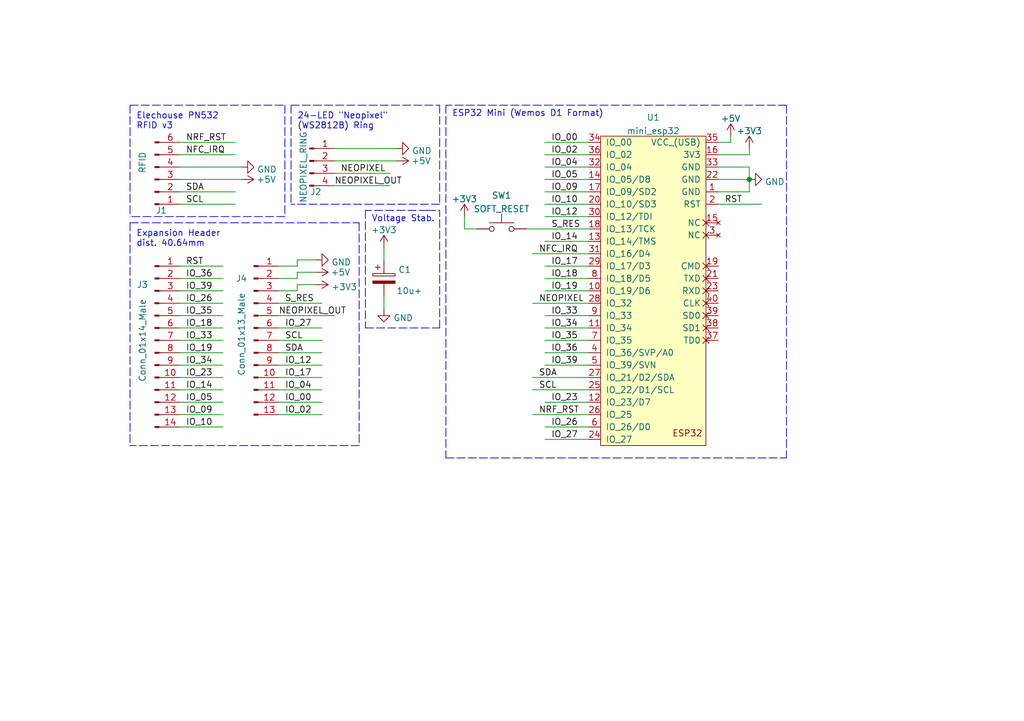
<source format=kicad_sch>
(kicad_sch (version 20211123) (generator eeschema)
  (paper "A5")
  (title_block (title "2log Dot") (date "2022-02-10") (rev "3.2") (company "2log.io, h'ecked by TKS"))
  (lib_symbols
    (symbol "Connector:Conn_01x04_Male" (pin_names (offset 1.016) hide)
      (property "Reference" "J" (at 0 5.08 0))
      (property "Value" "Conn_01x04_Male" (at 0 -7.62 0))
      (symbol "Conn_01x04_Male_1_1"
        (polyline (pts (xy 1.27 -5.08) (xy 0.8636 -5.08)) (stroke (width 0.1524)))
        (polyline (pts (xy 1.27 -2.54) (xy 0.8636 -2.54)) (stroke (width 0.1524)))
        (polyline (pts (xy 1.27 0) (xy 0.8636 0)) (stroke (width 0.1524)))
        (polyline (pts (xy 1.27 2.54) (xy 0.8636 2.54)) (stroke (width 0.1524)))
        (rectangle (start 0.8636 -4.953) (end 0 -5.207) (stroke (width 0.1524)) (fill (type outline)))
        (rectangle (start 0.8636 -2.413) (end 0 -2.667) (stroke (width 0.1524)) (fill (type outline)))
        (rectangle (start 0.8636 0.127) (end 0 -0.127) (stroke (width 0.1524)) (fill (type outline)))
        (rectangle (start 0.8636 2.667) (end 0 2.413) (stroke (width 0.1524)) (fill (type outline)))
        (pin passive line (at 5.08 2.54 180) (length 3.81) (name "Pin_1") (number "1"))
        (pin passive line (at 5.08 0 180) (length 3.81) (name "Pin_2") (number "2"))
        (pin passive line (at 5.08 -2.54 180) (length 3.81) (name "Pin_3") (number "3"))
        (pin passive line (at 5.08 -5.08 180) (length 3.81) (name "Pin_4") (number "4"))
      )
    )
    (symbol "Connector:Conn_01x06_Male" (pin_names (offset 1.016) hide)
      (property "Reference" "J" (at 0 7.62 0))
      (property "Value" "Conn_01x06_Male" (at 0 -10.16 0))
      (symbol "Conn_01x06_Male_1_1"
        (polyline (pts (xy 1.27 -7.62) (xy 0.8636 -7.62)) (stroke (width 0.1524)))
        (polyline (pts (xy 1.27 -5.08) (xy 0.8636 -5.08)) (stroke (width 0.1524)))
        (polyline (pts (xy 1.27 -2.54) (xy 0.8636 -2.54)) (stroke (width 0.1524)))
        (polyline (pts (xy 1.27 0) (xy 0.8636 0)) (stroke (width 0.1524)))
        (polyline (pts (xy 1.27 2.54) (xy 0.8636 2.54)) (stroke (width 0.1524)))
        (polyline (pts (xy 1.27 5.08) (xy 0.8636 5.08)) (stroke (width 0.1524)))
        (rectangle (start 0.8636 -7.493) (end 0 -7.747) (stroke (width 0.1524)) (fill (type outline)))
        (rectangle (start 0.8636 -4.953) (end 0 -5.207) (stroke (width 0.1524)) (fill (type outline)))
        (rectangle (start 0.8636 -2.413) (end 0 -2.667) (stroke (width 0.1524)) (fill (type outline)))
        (rectangle (start 0.8636 0.127) (end 0 -0.127) (stroke (width 0.1524)) (fill (type outline)))
        (rectangle (start 0.8636 2.667) (end 0 2.413) (stroke (width 0.1524)) (fill (type outline)))
        (rectangle (start 0.8636 5.207) (end 0 4.953) (stroke (width 0.1524)) (fill (type outline)))
        (pin passive line (at 5.08 5.08 180) (length 3.81) (name "Pin_1") (number "1"))
        (pin passive line (at 5.08 2.54 180) (length 3.81) (name "Pin_2") (number "2"))
        (pin passive line (at 5.08 0 180) (length 3.81) (name "Pin_3") (number "3"))
        (pin passive line (at 5.08 -2.54 180) (length 3.81) (name "Pin_4") (number "4"))
        (pin passive line (at 5.08 -5.08 180) (length 3.81) (name "Pin_5") (number "5"))
        (pin passive line (at 5.08 -7.62 180) (length 3.81) (name "Pin_6") (number "6"))
      )
    )
    (symbol "Connector:Conn_01x13_Male" (pin_names (offset 1.016) hide)
      (property "Reference" "J" (at 0 17.78 0))
      (property "Value" "Conn_01x13_Male" (at 0 -17.78 0))
      (symbol "Conn_01x13_Male_1_1"
        (polyline (pts (xy 1.27 -15.24) (xy 0.8636 -15.24)) (stroke (width 0.1524)))
        (polyline (pts (xy 1.27 -12.7) (xy 0.8636 -12.7)) (stroke (width 0.1524)))
        (polyline (pts (xy 1.27 -10.16) (xy 0.8636 -10.16)) (stroke (width 0.1524)))
        (polyline (pts (xy 1.27 -7.62) (xy 0.8636 -7.62)) (stroke (width 0.1524)))
        (polyline (pts (xy 1.27 -5.08) (xy 0.8636 -5.08)) (stroke (width 0.1524)))
        (polyline (pts (xy 1.27 -2.54) (xy 0.8636 -2.54)) (stroke (width 0.1524)))
        (polyline (pts (xy 1.27 0) (xy 0.8636 0)) (stroke (width 0.1524)))
        (polyline (pts (xy 1.27 2.54) (xy 0.8636 2.54)) (stroke (width 0.1524)))
        (polyline (pts (xy 1.27 5.08) (xy 0.8636 5.08)) (stroke (width 0.1524)))
        (polyline (pts (xy 1.27 7.62) (xy 0.8636 7.62)) (stroke (width 0.1524)))
        (polyline (pts (xy 1.27 10.16) (xy 0.8636 10.16)) (stroke (width 0.1524)))
        (polyline (pts (xy 1.27 12.7) (xy 0.8636 12.7)) (stroke (width 0.1524)))
        (polyline (pts (xy 1.27 15.24) (xy 0.8636 15.24)) (stroke (width 0.1524)))
        (rectangle (start 0.8636 -15.113) (end 0 -15.367) (stroke (width 0.1524)) (fill (type outline)))
        (rectangle (start 0.8636 -12.573) (end 0 -12.827) (stroke (width 0.1524)) (fill (type outline)))
        (rectangle (start 0.8636 -10.033) (end 0 -10.287) (stroke (width 0.1524)) (fill (type outline)))
        (rectangle (start 0.8636 -7.493) (end 0 -7.747) (stroke (width 0.1524)) (fill (type outline)))
        (rectangle (start 0.8636 -4.953) (end 0 -5.207) (stroke (width 0.1524)) (fill (type outline)))
        (rectangle (start 0.8636 -2.413) (end 0 -2.667) (stroke (width 0.1524)) (fill (type outline)))
        (rectangle (start 0.8636 0.127) (end 0 -0.127) (stroke (width 0.1524)) (fill (type outline)))
        (rectangle (start 0.8636 2.667) (end 0 2.413) (stroke (width 0.1524)) (fill (type outline)))
        (rectangle (start 0.8636 5.207) (end 0 4.953) (stroke (width 0.1524)) (fill (type outline)))
        (rectangle (start 0.8636 7.747) (end 0 7.493) (stroke (width 0.1524)) (fill (type outline)))
        (rectangle (start 0.8636 10.287) (end 0 10.033) (stroke (width 0.1524)) (fill (type outline)))
        (rectangle (start 0.8636 12.827) (end 0 12.573) (stroke (width 0.1524)) (fill (type outline)))
        (rectangle (start 0.8636 15.367) (end 0 15.113) (stroke (width 0.1524)) (fill (type outline)))
        (pin passive line (at 5.08 15.24 180) (length 3.81) (name "Pin_1") (number "1"))
        (pin passive line (at 5.08 -7.62 180) (length 3.81) (name "Pin_10") (number "10"))
        (pin passive line (at 5.08 -10.16 180) (length 3.81) (name "Pin_11") (number "11"))
        (pin passive line (at 5.08 -12.7 180) (length 3.81) (name "Pin_12") (number "12"))
        (pin passive line (at 5.08 -15.24 180) (length 3.81) (name "Pin_13") (number "13"))
        (pin passive line (at 5.08 12.7 180) (length 3.81) (name "Pin_2") (number "2"))
        (pin passive line (at 5.08 10.16 180) (length 3.81) (name "Pin_3") (number "3"))
        (pin passive line (at 5.08 7.62 180) (length 3.81) (name "Pin_4") (number "4"))
        (pin passive line (at 5.08 5.08 180) (length 3.81) (name "Pin_5") (number "5"))
        (pin passive line (at 5.08 2.54 180) (length 3.81) (name "Pin_6") (number "6"))
        (pin passive line (at 5.08 0 180) (length 3.81) (name "Pin_7") (number "7"))
        (pin passive line (at 5.08 -2.54 180) (length 3.81) (name "Pin_8") (number "8"))
        (pin passive line (at 5.08 -5.08 180) (length 3.81) (name "Pin_9") (number "9"))
      )
    )
    (symbol "Connector:Conn_01x14_Male" (pin_names (offset 1.016) hide)
      (property "Reference" "J" (at 0 17.78 0))
      (property "Value" "Conn_01x14_Male" (at 0 -20.32 0))
      (symbol "Conn_01x14_Male_1_1"
        (polyline (pts (xy 1.27 -17.78) (xy 0.8636 -17.78)) (stroke (width 0.1524)))
        (polyline (pts (xy 1.27 -15.24) (xy 0.8636 -15.24)) (stroke (width 0.1524)))
        (polyline (pts (xy 1.27 -12.7) (xy 0.8636 -12.7)) (stroke (width 0.1524)))
        (polyline (pts (xy 1.27 -10.16) (xy 0.8636 -10.16)) (stroke (width 0.1524)))
        (polyline (pts (xy 1.27 -7.62) (xy 0.8636 -7.62)) (stroke (width 0.1524)))
        (polyline (pts (xy 1.27 -5.08) (xy 0.8636 -5.08)) (stroke (width 0.1524)))
        (polyline (pts (xy 1.27 -2.54) (xy 0.8636 -2.54)) (stroke (width 0.1524)))
        (polyline (pts (xy 1.27 0) (xy 0.8636 0)) (stroke (width 0.1524)))
        (polyline (pts (xy 1.27 2.54) (xy 0.8636 2.54)) (stroke (width 0.1524)))
        (polyline (pts (xy 1.27 5.08) (xy 0.8636 5.08)) (stroke (width 0.1524)))
        (polyline (pts (xy 1.27 7.62) (xy 0.8636 7.62)) (stroke (width 0.1524)))
        (polyline (pts (xy 1.27 10.16) (xy 0.8636 10.16)) (stroke (width 0.1524)))
        (polyline (pts (xy 1.27 12.7) (xy 0.8636 12.7)) (stroke (width 0.1524)))
        (polyline (pts (xy 1.27 15.24) (xy 0.8636 15.24)) (stroke (width 0.1524)))
        (rectangle (start 0.8636 -17.653) (end 0 -17.907) (stroke (width 0.1524)) (fill (type outline)))
        (rectangle (start 0.8636 -15.113) (end 0 -15.367) (stroke (width 0.1524)) (fill (type outline)))
        (rectangle (start 0.8636 -12.573) (end 0 -12.827) (stroke (width 0.1524)) (fill (type outline)))
        (rectangle (start 0.8636 -10.033) (end 0 -10.287) (stroke (width 0.1524)) (fill (type outline)))
        (rectangle (start 0.8636 -7.493) (end 0 -7.747) (stroke (width 0.1524)) (fill (type outline)))
        (rectangle (start 0.8636 -4.953) (end 0 -5.207) (stroke (width 0.1524)) (fill (type outline)))
        (rectangle (start 0.8636 -2.413) (end 0 -2.667) (stroke (width 0.1524)) (fill (type outline)))
        (rectangle (start 0.8636 0.127) (end 0 -0.127) (stroke (width 0.1524)) (fill (type outline)))
        (rectangle (start 0.8636 2.667) (end 0 2.413) (stroke (width 0.1524)) (fill (type outline)))
        (rectangle (start 0.8636 5.207) (end 0 4.953) (stroke (width 0.1524)) (fill (type outline)))
        (rectangle (start 0.8636 7.747) (end 0 7.493) (stroke (width 0.1524)) (fill (type outline)))
        (rectangle (start 0.8636 10.287) (end 0 10.033) (stroke (width 0.1524)) (fill (type outline)))
        (rectangle (start 0.8636 12.827) (end 0 12.573) (stroke (width 0.1524)) (fill (type outline)))
        (rectangle (start 0.8636 15.367) (end 0 15.113) (stroke (width 0.1524)) (fill (type outline)))
        (pin passive line (at 5.08 15.24 180) (length 3.81) (name "Pin_1") (number "1"))
        (pin passive line (at 5.08 -7.62 180) (length 3.81) (name "Pin_10") (number "10"))
        (pin passive line (at 5.08 -10.16 180) (length 3.81) (name "Pin_11") (number "11"))
        (pin passive line (at 5.08 -12.7 180) (length 3.81) (name "Pin_12") (number "12"))
        (pin passive line (at 5.08 -15.24 180) (length 3.81) (name "Pin_13") (number "13"))
        (pin passive line (at 5.08 -17.78 180) (length 3.81) (name "Pin_14") (number "14"))
        (pin passive line (at 5.08 12.7 180) (length 3.81) (name "Pin_2") (number "2"))
        (pin passive line (at 5.08 10.16 180) (length 3.81) (name "Pin_3") (number "3"))
        (pin passive line (at 5.08 7.62 180) (length 3.81) (name "Pin_4") (number "4"))
        (pin passive line (at 5.08 5.08 180) (length 3.81) (name "Pin_5") (number "5"))
        (pin passive line (at 5.08 2.54 180) (length 3.81) (name "Pin_6") (number "6"))
        (pin passive line (at 5.08 0 180) (length 3.81) (name "Pin_7") (number "7"))
        (pin passive line (at 5.08 -2.54 180) (length 3.81) (name "Pin_8") (number "8"))
        (pin passive line (at 5.08 -5.08 180) (length 3.81) (name "Pin_9") (number "9"))
      )
    )
    (symbol "Device:C_Polarized" (pin_numbers hide) (pin_names (offset 0.254))
      (property "Reference" "C" (at 0.635 2.54 0))
      (property "Value" "C_Polarized" (at 0.635 -2.54 0))
      (symbol "C_Polarized_0_1"
        (rectangle (start -2.286 0.508) (end 2.286 1.016))
        (polyline (pts (xy -1.778 2.286) (xy -0.762 2.286)))
        (polyline (pts (xy -1.27 2.794) (xy -1.27 1.778)))
        (rectangle (start 2.286 -0.508) (end -2.286 -1.016) (fill (type outline)))
      )
      (symbol "C_Polarized_1_1"
        (pin passive line (at 0 3.81 270) (length 2.794) (name "~") (number "1"))
        (pin passive line (at 0 -3.81 90) (length 2.794) (name "~") (number "2"))
      )
    )
    (symbol "Switch:SW_Push" (pin_numbers hide) (pin_names (offset 1.016) hide)
      (property "Reference" "SW" (at 1.27 2.54 0))
      (property "Value" "SW_Push" (at 0 -1.524 0))
      (symbol "SW_Push_0_1"
        (circle (center -2.032 0) (radius 0.508))
        (polyline (pts (xy 0 1.27) (xy 0 3.048)))
        (polyline (pts (xy 2.54 1.27) (xy -2.54 1.27)))
        (circle (center 2.032 0) (radius 0.508))
        (pin passive line (at -5.08 0 0) (length 2.54) (name "1") (number "1"))
        (pin passive line (at 5.08 0 180) (length 2.54) (name "2") (number "2"))
      )
    )
    (symbol "esp32mini:mini_esp32" (pin_names (offset 1.016))
      (property "Reference" "U" (at -7.62 -50.8 0))
      (property "Value" "mini_esp32" (at 5.08 -59.69 0))
      (symbol "mini_esp32_0_0"
        (text "ESP32" (at 7.62 -62.23 0) (effects (font (size 1.27 1.27))))
        (pin power_in line (at 13.97 -12.7 180) (length 2.54) (name "GND") (number "1"))
        (pin input line (at 13.97 -15.24 180) (length 2.54) (name "RST") (number "2"))
        (pin no_connect non_logic (at 13.97 -21.59 180) (length 2.54) (name "NC") (number "3"))
        (pin bidirectional line (at -12.7 -45.72 0) (length 2.54) (name "IO_36/SVP/A0") (number "4"))
        (pin bidirectional line (at -12.7 -48.26 0) (length 2.54) (name "IO_39/SVN") (number "5"))
      )
      (symbol "mini_esp32_0_1"
        (rectangle (start -10.16 -1.27) (end 11.43 -64.77) (fill (type background)))
      )
      (symbol "mini_esp32_1_1"
        (pin bidirectional line (at -12.7 -33.02 0) (length 2.54) (name "IO_19/D6") (number "10"))
        (pin bidirectional line (at -12.7 -40.64 0) (length 2.54) (name "IO_34") (number "11"))
        (pin bidirectional line (at -12.7 -55.88 0) (length 2.54) (name "IO_23/D7") (number "12"))
        (pin bidirectional line (at -12.7 -22.86 0) (length 2.54) (name "IO_14/TMS") (number "13"))
        (pin bidirectional line (at -12.7 -10.16 0) (length 2.54) (name "IO_05/D8") (number "14"))
        (pin no_connect non_logic (at 13.97 -19.05 180) (length 2.54) (name "NC") (number "15"))
        (pin power_in line (at 13.97 -5.08 180) (length 2.54) (name "3V3") (number "16"))
        (pin bidirectional line (at -12.7 -12.7 0) (length 2.54) (name "IO_09/SD2") (number "17"))
        (pin bidirectional line (at -12.7 -20.32 0) (length 2.54) (name "IO_13/TCK") (number "18"))
        (pin passive non_logic (at 13.97 -27.94 180) (length 2.54) (name "CMD") (number "19"))
        (pin bidirectional line (at -12.7 -15.24 0) (length 2.54) (name "IO_10/SD3") (number "20"))
        (pin passive non_logic (at 13.97 -30.48 180) (length 2.54) (name "TXD") (number "21"))
        (pin power_in line (at 13.97 -10.16 180) (length 2.54) (name "GND") (number "22"))
        (pin passive non_logic (at 13.97 -33.02 180) (length 2.54) (name "RXD") (number "23"))
        (pin bidirectional line (at -12.7 -63.5 0) (length 2.54) (name "IO_27") (number "24"))
        (pin bidirectional line (at -12.7 -53.34 0) (length 2.54) (name "IO_22/D1/SCL") (number "25"))
        (pin bidirectional line (at -12.7 -58.42 0) (length 2.54) (name "IO_25") (number "26"))
        (pin bidirectional line (at -12.7 -50.8 0) (length 2.54) (name "IO_21/D2/SDA") (number "27"))
        (pin bidirectional line (at -12.7 -35.56 0) (length 2.54) (name "IO_32") (number "28"))
        (pin bidirectional line (at -12.7 -27.94 0) (length 2.54) (name "IO_17/D3") (number "29"))
        (pin bidirectional line (at -12.7 -17.78 0) (length 2.54) (name "IO_12/TDI") (number "30"))
        (pin bidirectional line (at -12.7 -25.4 0) (length 2.54) (name "IO_16/D4") (number "31"))
        (pin bidirectional line (at -12.7 -7.62 0) (length 2.54) (name "IO_04") (number "32"))
        (pin power_in line (at 13.97 -7.62 180) (length 2.54) (name "GND") (number "33"))
        (pin bidirectional line (at -12.7 -2.54 0) (length 2.54) (name "IO_00") (number "34"))
        (pin power_in line (at 13.97 -2.54 180) (length 2.54) (name "VCC_(USB)") (number "35"))
        (pin bidirectional line (at -12.7 -5.08 0) (length 2.54) (name "IO_02") (number "36"))
        (pin passive non_logic (at 13.97 -43.18 180) (length 2.54) (name "TD0") (number "37"))
        (pin passive non_logic (at 13.97 -40.64 180) (length 2.54) (name "SD1") (number "38"))
        (pin passive non_logic (at 13.97 -38.1 180) (length 2.54) (name "SD0") (number "39"))
        (pin passive non_logic (at 13.97 -35.56 180) (length 2.54) (name "CLK") (number "40"))
        (pin bidirectional line (at -12.7 -60.96 0) (length 2.54) (name "IO_26/D0") (number "6"))
        (pin bidirectional line (at -12.7 -43.18 0) (length 2.54) (name "IO_35") (number "7"))
        (pin bidirectional line (at -12.7 -30.48 0) (length 2.54) (name "IO_18/D5") (number "8"))
        (pin bidirectional line (at -12.7 -38.1 0) (length 2.54) (name "IO_33") (number "9"))
      )
    )
    (symbol "power:+3V3" (power) (pin_names (offset 0))
      (property "Value" "+3V3" (at 0 3.556 0))
      (symbol "+3V3_0_1"
        (polyline (pts (xy -0.762 1.27) (xy 0 2.54)))
        (polyline (pts (xy 0 0) (xy 0 2.54)))
        (polyline (pts (xy 0 2.54) (xy 0.762 1.27)))
      )
      (symbol "+3V3_1_1"
        (pin power_in line (at 0 0 90) (length 0) hide (name "+3V3") (number "1"))
      )
    )
    (symbol "power:+5V" (power) (pin_names (offset 0))
      (property "Value" "+5V" (at 0 3.556 0))
      (symbol "+5V_0_1"
        (polyline (pts (xy -0.762 1.27) (xy 0 2.54)))
        (polyline (pts (xy 0 0) (xy 0 2.54)))
        (polyline (pts (xy 0 2.54) (xy 0.762 1.27)))
      )
      (symbol "+5V_1_1"
        (pin power_in line (at 0 0 90) (length 0) hide (name "+5V") (number "1"))
      )
    )
    (symbol "power:GND" (power) (pin_names (offset 0))
      (property "Value" "GND" (at 0 -3.81 0))
      (symbol "GND_0_1"
        (polyline (pts (xy 0 0) (xy 0 -1.27) (xy 1.27 -1.27) (xy 0 -2.54) (xy -1.27 -1.27) (xy 0 -1.27)))
      )
      (symbol "GND_1_1"
        (pin power_in line (at 0 0 270) (length 0) hide (name "GND") (number "1"))
      )
    )
  )
  (junction (at 153.67 36.83))
  (wire (pts (xy 111.76 57.15) (xy 120.65 57.15)))
  (wire (pts (xy 57.15 67.31) (xy 66.04 67.31)))
  (wire (pts (xy 36.83 77.47) (xy 45.72 77.47)))
  (wire (pts (xy 36.83 41.91) (xy 48.26 41.91)))
  (wire (pts (xy 60.96 54.61) (xy 60.96 53.34)))
  (polyline (pts (xy 87.63 43.18) (xy 90.17 43.18)))
  (wire (pts (xy 111.76 36.83) (xy 120.65 36.83)))
  (wire (pts (xy 36.83 72.39) (xy 45.72 72.39)))
  (wire (pts (xy 36.83 34.29) (xy 49.53 34.29)))
  (polyline (pts (xy 58.42 44.45) (xy 26.67 44.45)))
  (wire (pts (xy 36.83 36.83) (xy 49.53 36.83)))
  (wire (pts (xy 57.15 57.15) (xy 60.96 57.15)))
  (wire (pts (xy 111.76 34.29) (xy 120.65 34.29)))
  (polyline (pts (xy 73.66 45.72) (xy 73.66 91.44)))
  (wire (pts (xy 60.96 53.34) (xy 64.77 53.34)))
  (wire (pts (xy 57.15 64.77) (xy 68.58 64.77)))
  (wire (pts (xy 111.76 44.45) (xy 120.65 44.45)))
  (polyline (pts (xy 90.17 21.59) (xy 90.17 41.91)))
  (wire (pts (xy 36.83 39.37) (xy 48.26 39.37)))
  (wire (pts (xy 36.83 69.85) (xy 45.72 69.85)))
  (wire (pts (xy 36.83 87.63) (xy 45.72 87.63)))
  (wire (pts (xy 109.22 62.23) (xy 120.65 62.23)))
  (polyline (pts (xy 59.69 21.59) (xy 90.17 21.59)))
  (wire (pts (xy 111.76 90.17) (xy 120.65 90.17)))
  (wire (pts (xy 78.74 50.8) (xy 78.74 53.34)))
  (polyline (pts (xy 58.42 21.59) (xy 58.42 44.45)))
  (wire (pts (xy 111.76 64.77) (xy 120.65 64.77)))
  (polyline (pts (xy 59.69 21.59) (xy 59.69 41.91)))
  (wire (pts (xy 153.67 34.29) (xy 153.67 36.83)))
  (wire (pts (xy 57.15 54.61) (xy 60.96 54.61)))
  (wire (pts (xy 57.15 74.93) (xy 66.04 74.93)))
  (wire (pts (xy 111.76 54.61) (xy 120.65 54.61)))
  (wire (pts (xy 60.96 55.88) (xy 64.77 55.88)))
  (wire (pts (xy 36.83 67.31) (xy 45.72 67.31)))
  (wire (pts (xy 111.76 29.21) (xy 120.65 29.21)))
  (wire (pts (xy 111.76 69.85) (xy 120.65 69.85)))
  (wire (pts (xy 57.15 72.39) (xy 66.04 72.39)))
  (wire (pts (xy 109.22 77.47) (xy 120.65 77.47)))
  (polyline (pts (xy 90.17 67.31) (xy 90.17 43.18)))
  (wire (pts (xy 111.76 72.39) (xy 120.65 72.39)))
  (wire (pts (xy 60.96 57.15) (xy 60.96 55.88)))
  (wire (pts (xy 111.76 87.63) (xy 120.65 87.63)))
  (wire (pts (xy 60.96 59.69) (xy 60.96 58.42)))
  (polyline (pts (xy 161.29 21.59) (xy 91.44 21.59)))
  (polyline (pts (xy 91.44 93.98) (xy 161.29 93.98)))
  (wire (pts (xy 149.86 27.94) (xy 149.86 29.21)))
  (wire (pts (xy 153.67 39.37) (xy 153.67 36.83)))
  (wire (pts (xy 111.76 74.93) (xy 120.65 74.93)))
  (wire (pts (xy 68.58 38.1) (xy 80.01 38.1)))
  (wire (pts (xy 147.32 39.37) (xy 153.67 39.37)))
  (wire (pts (xy 36.83 57.15) (xy 45.72 57.15)))
  (polyline (pts (xy 91.44 21.59) (xy 91.44 93.98)))
  (polyline (pts (xy 26.67 21.59) (xy 58.42 21.59)))
  (wire (pts (xy 147.32 29.21) (xy 149.86 29.21)))
  (wire (pts (xy 36.83 29.21) (xy 48.26 29.21)))
  (wire (pts (xy 78.74 60.96) (xy 78.74 63.5)))
  (wire (pts (xy 111.76 49.53) (xy 120.65 49.53)))
  (wire (pts (xy 36.83 54.61) (xy 45.72 54.61)))
  (wire (pts (xy 111.76 67.31) (xy 120.65 67.31)))
  (wire (pts (xy 153.67 36.83) (xy 147.32 36.83)))
  (polyline (pts (xy 73.66 91.44) (xy 26.67 91.44)))
  (wire (pts (xy 109.22 85.09) (xy 120.65 85.09)))
  (wire (pts (xy 147.32 34.29) (xy 153.67 34.29)))
  (polyline (pts (xy 161.29 21.59) (xy 161.29 93.98)))
  (wire (pts (xy 109.22 80.01) (xy 120.65 80.01)))
  (wire (pts (xy 68.58 33.02) (xy 81.28 33.02)))
  (wire (pts (xy 36.83 82.55) (xy 45.72 82.55)))
  (wire (pts (xy 57.15 77.47) (xy 66.04 77.47)))
  (wire (pts (xy 111.76 41.91) (xy 120.65 41.91)))
  (wire (pts (xy 153.67 31.75) (xy 153.67 30.48)))
  (wire (pts (xy 107.95 46.99) (xy 120.65 46.99)))
  (polyline (pts (xy 74.93 43.18) (xy 74.93 67.31)))
  (wire (pts (xy 60.96 58.42) (xy 64.77 58.42)))
  (wire (pts (xy 109.22 52.07) (xy 120.65 52.07)))
  (wire (pts (xy 68.58 30.48) (xy 81.28 30.48)))
  (wire (pts (xy 147.32 31.75) (xy 153.67 31.75)))
  (wire (pts (xy 57.15 80.01) (xy 66.04 80.01)))
  (wire (pts (xy 68.58 35.56) (xy 80.01 35.56)))
  (wire (pts (xy 36.83 64.77) (xy 45.72 64.77)))
  (polyline (pts (xy 90.17 41.91) (xy 59.69 41.91)))
  (wire (pts (xy 147.32 41.91) (xy 156.21 41.91)))
  (wire (pts (xy 57.15 62.23) (xy 66.04 62.23)))
  (wire (pts (xy 36.83 85.09) (xy 45.72 85.09)))
  (wire (pts (xy 111.76 59.69) (xy 120.65 59.69)))
  (wire (pts (xy 36.83 31.75) (xy 48.26 31.75)))
  (polyline (pts (xy 74.93 67.31) (xy 90.17 67.31)))
  (wire (pts (xy 57.15 59.69) (xy 60.96 59.69)))
  (wire (pts (xy 111.76 82.55) (xy 120.65 82.55)))
  (wire (pts (xy 111.76 39.37) (xy 120.65 39.37)))
  (polyline (pts (xy 26.67 21.59) (xy 26.67 44.45)))
  (polyline (pts (xy 26.67 45.72) (xy 26.67 91.44)))
  (wire (pts (xy 57.15 69.85) (xy 66.04 69.85)))
  (wire (pts (xy 97.79 46.99) (xy 95.25 46.99)))
  (wire (pts (xy 36.83 80.01) (xy 45.72 80.01)))
  (wire (pts (xy 36.83 59.69) (xy 45.72 59.69)))
  (wire (pts (xy 57.15 82.55) (xy 66.04 82.55)))
  (wire (pts (xy 36.83 62.23) (xy 45.72 62.23)))
  (wire (pts (xy 36.83 74.93) (xy 45.72 74.93)))
  (polyline (pts (xy 87.63 43.18) (xy 74.93 43.18)))
  (polyline (pts (xy 26.67 45.72) (xy 73.66 45.72)))
  (wire (pts (xy 111.76 31.75) (xy 120.65 31.75)))
  (wire (pts (xy 95.25 46.99) (xy 95.25 44.45)))
  (wire (pts (xy 57.15 85.09) (xy 66.04 85.09)))
  (text "ESP32 Mini (Wemos D1 Format)" (at 92.71 24.13 0) (effects (font (size 1.27 1.27)) (justify left bottom)))
  (text "24-LED \"Neopixel\" \n(WS2812B) Ring" (at 60.96 26.67 0) (effects (font (size 1.27 1.27)) (justify left bottom)))
  (text "Voltage Stab." (at 76.2 45.72 0) (effects (font (size 1.27 1.27)) (justify left bottom)))
  (text "Elechouse PN532\nRFID v3" (at 27.94 26.67 0) (effects (font (size 1.27 1.27)) (justify left bottom)))
  (text "Expansion Header\ndist. 40.64mm" (at 27.94 50.8 0) (effects (font (size 1.27 1.27)) (justify left bottom)))
  (label "IO_14" (at 113.03 49.53 0))
  (label "IO_27" (at 58.42 67.31 0))
  (label "IO_34" (at 113.03 67.31 0))
  (label "NEOPIXEL" (at 69.85 35.56 0))
  (label "IO_09" (at 113.03 39.37 0))
  (label "IO_23" (at 38.1 77.47 0))
  (label "IO_17" (at 113.03 54.61 0))
  (label "RST" (at 38.1 54.61 0))
  (label "IO_18" (at 113.03 57.15 0))
  (label "IO_09" (at 38.1 85.09 0))
  (label "IO_05" (at 113.03 36.83 0))
  (label "IO_23" (at 113.03 82.55 0))
  (label "NFC_IRQ" (at 110.49 52.07 0))
  (label "IO_12" (at 113.03 44.45 0))
  (label "IO_05" (at 38.1 82.55 0))
  (label "SDA" (at 38.1 39.37 0))
  (label "IO_39" (at 38.1 59.69 0))
  (label "IO_27" (at 113.03 90.17 0))
  (label "SDA" (at 58.42 72.39 0))
  (label "SCL" (at 38.1 41.91 0))
  (label "IO_36" (at 38.1 57.15 0))
  (label "IO_33" (at 38.1 69.85 0))
  (label "IO_33" (at 113.03 64.77 0))
  (label "SCL" (at 58.42 69.85 0))
  (label "IO_19" (at 38.1 72.39 0))
  (label "IO_36" (at 113.03 72.39 0))
  (label "IO_02" (at 113.03 31.75 0))
  (label "SDA" (at 110.49 77.47 0))
  (label "IO_35" (at 38.1 64.77 0))
  (label "NFC_IRQ" (at 38.1 31.75 0))
  (label "NEOPIXEL_OUT" (at 57.15 64.77 0))
  (label "IO_04" (at 58.42 80.01 0))
  (label "IO_02" (at 58.42 85.09 0))
  (label "IO_39" (at 113.03 74.93 0))
  (label "NRF_RST" (at 38.1 29.21 0))
  (label "SCL" (at 110.49 80.01 0))
  (label "IO_26" (at 113.03 87.63 0))
  (label "IO_00" (at 58.42 82.55 0))
  (label "NEOPIXEL" (at 110.49 62.23 0))
  (label "IO_04" (at 113.03 34.29 0))
  (label "IO_00" (at 113.03 29.21 0))
  (label "NEOPIXEL_OUT" (at 68.58 38.1 0))
  (label "IO_18" (at 38.1 67.31 0))
  (label "IO_10" (at 38.1 87.63 0))
  (label "RST" (at 148.59 41.91 0))
  (label "IO_35" (at 113.03 69.85 0))
  (label "S_RES" (at 113.03 46.99 0))
  (label "IO_17" (at 58.42 77.47 0))
  (label "IO_34" (at 38.1 74.93 0))
  (label "IO_14" (at 38.1 80.01 0))
  (label "IO_26" (at 38.1 62.23 0))
  (label "NRF_RST" (at 110.49 85.09 0))
  (label "IO_10" (at 113.03 41.91 0))
  (label "IO_19" (at 113.03 59.69 0))
  (label "S_RES" (at 58.42 62.23 0))
  (label "IO_12" (at 58.42 74.93 0))
  (symbol (lib_id "power:+5V") (at 64.77 55.88 270) (unit 1)
    (property "Reference" "#PWR0112" (effects hide))
    (property "Value" "+5V" (at 69.85 55.88 90))
  )
  (symbol (lib_id "Device:C_Polarized") (at 78.74 57.15 0) (unit 1)
    (property "Reference" "C1" (at 81.661 55.3525 0) (effects (justify left)))
    (property "Value" "10u+" (at 81.28 59.69 0) (effects (justify left)))
    (property "Footprint" "Capacitor_SMD:CP_Elec_5x3" (effects hide))
  )
  (symbol (lib_id "power:+3V3") (at 78.74 50.8 0) (unit 1)
    (property "Reference" "#PWR0105" (effects hide))
    (property "Value" "+3V3" (at 78.74 47.1955 0))
  )
  (symbol (lib_id "power:+5V") (at 81.28 33.02 270) (unit 1)
    (property "Reference" "#PWR0107" (effects hide))
    (property "Value" "+5V" (at 86.36 33.02 90))
  )
  (symbol (lib_id "Connector:Conn_01x06_Male") (at 31.75 36.83 0) (mirror x) (unit 1)
    (property "Reference" "J1" (at 34.29 43.18 0) (effects (justify right)))
    (property "Value" "RFID" (at 29.21 35.56 90) (effects (justify right)))
    (property "Footprint" "2log:2log_elechouse_pn532" (effects hide))
  )
  (symbol (lib_id "esp32mini:mini_esp32") (at 133.35 26.67 0) (unit 1)
    (property "Reference" "U1" (at 133.985 24.1005 0))
    (property "Value" "mini_esp32" (at 133.985 26.8756 0))
    (property "Footprint" "ESP32_mini:ESP32_mini" (effects hide))
  )
  (symbol (lib_id "power:+3V3") (at 153.67 30.48 0) (unit 1)
    (property "Reference" "#PWR0101" (effects hide))
    (property "Value" "+3V3" (at 153.67 26.8755 0))
  )
  (symbol (lib_id "power:GND") (at 49.53 34.29 90) (unit 1)
    (property "Reference" "#PWR0108" (effects hide))
    (property "Value" "GND" (at 52.705 34.769 90) (effects (justify right)))
  )
  (symbol (lib_id "Connector:Conn_01x04_Male") (at 63.5 33.02 0) (unit 1)
    (property "Reference" "J2" (at 64.77 39.37 0))
    (property "Value" "NEOPIXEL_RING" (at 62.23 34.29 90))
    (property "Footprint" "Connector_PinHeader_2.54mm:PinHeader_1x04_P2.54mm_Vertical" (effects hide))
  )
  (symbol (lib_id "Connector:Conn_01x14_Male") (at 31.75 69.85 0) (unit 1)
    (property "Reference" "J3" (at 29.21 58.42 0))
    (property "Value" "Conn_01x14_Male" (at 29.21 69.85 90))
    (property "Footprint" "Connector_PinHeader_2.54mm:PinHeader_1x14_P2.54mm_Vertical" (effects hide))
  )
  (symbol (lib_id "power:+3V3") (at 95.25 44.45 0) (unit 1)
    (property "Reference" "#PWR0110" (effects hide))
    (property "Value" "+3V3" (at 95.25 40.8455 0))
  )
  (symbol (lib_id "power:+5V") (at 149.86 27.94 0) (unit 1)
    (property "Reference" "#PWR0102" (effects hide))
    (property "Value" "+5V" (at 149.86 24.3355 0))
  )
  (symbol (lib_id "Connector:Conn_01x13_Male") (at 52.07 69.85 0) (unit 1)
    (property "Reference" "J4" (at 49.53 57.15 0))
    (property "Value" "Conn_01x13_Male" (at 49.53 68.58 90))
    (property "Footprint" "Connector_PinSocket_2.54mm:PinSocket_1x13_P2.54mm_Vertical" (effects hide))
  )
  (symbol (lib_id "power:+3V3") (at 64.77 58.42 270) (unit 1)
    (property "Reference" "#PWR0113" (effects hide))
    (property "Value" "+3V3" (at 67.945 58.899 90) (effects (justify left)))
  )
  (symbol (lib_id "power:GND") (at 64.77 53.34 90) (unit 1)
    (property "Reference" "#PWR0111" (effects hide))
    (property "Value" "GND" (at 67.945 53.819 90) (effects (justify right)))
  )
  (symbol (lib_id "power:GND") (at 78.74 63.5 0) (unit 1)
    (property "Reference" "#PWR0104" (effects hide))
    (property "Value" "GND" (at 80.645 65.249 0) (effects (justify left)))
  )
  (symbol (lib_id "power:+5V") (at 49.53 36.83 270) (unit 1)
    (property "Reference" "#PWR0109" (effects hide))
    (property "Value" "+5V" (at 54.61 36.83 90))
  )
  (symbol (lib_id "power:GND") (at 81.28 30.48 90) (unit 1)
    (property "Reference" "#PWR0106" (effects hide))
    (property "Value" "GND" (at 84.455 30.959 90) (effects (justify right)))
  )
  (symbol (lib_id "power:GND") (at 153.67 36.83 90) (unit 1)
    (property "Reference" "#PWR0103" (effects hide))
    (property "Value" "GND" (at 156.845 37.309 90) (effects (justify right)))
  )
  (symbol (lib_id "Switch:SW_Push") (at 102.87 46.99 0) (unit 1)
    (property "Reference" "SW1" (at 102.87 40.1025 0))
    (property "Value" "SOFT_RESET" (at 102.87 42.8776 0))
    (property "Footprint" "Button_Switch_THT:SW_PUSH_6mm" (effects hide))
  )
)
</source>
